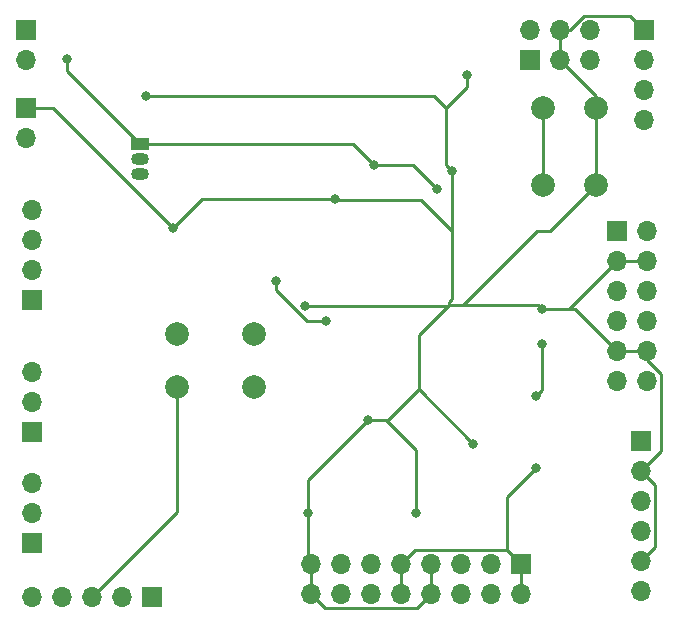
<source format=gbr>
%TF.GenerationSoftware,KiCad,Pcbnew,5.1.10-88a1d61d58~90~ubuntu21.04.1*%
%TF.CreationDate,2021-08-24T17:57:03+02:00*%
%TF.ProjectId,hendrik,68656e64-7269-46b2-9e6b-696361645f70,rev?*%
%TF.SameCoordinates,Original*%
%TF.FileFunction,Copper,L2,Bot*%
%TF.FilePolarity,Positive*%
%FSLAX46Y46*%
G04 Gerber Fmt 4.6, Leading zero omitted, Abs format (unit mm)*
G04 Created by KiCad (PCBNEW 5.1.10-88a1d61d58~90~ubuntu21.04.1) date 2021-08-24 17:57:03*
%MOMM*%
%LPD*%
G01*
G04 APERTURE LIST*
%TA.AperFunction,ComponentPad*%
%ADD10O,1.700000X1.700000*%
%TD*%
%TA.AperFunction,ComponentPad*%
%ADD11R,1.700000X1.700000*%
%TD*%
%TA.AperFunction,ComponentPad*%
%ADD12C,2.000000*%
%TD*%
%TA.AperFunction,ComponentPad*%
%ADD13R,1.500000X1.050000*%
%TD*%
%TA.AperFunction,ComponentPad*%
%ADD14O,1.500000X1.050000*%
%TD*%
%TA.AperFunction,ViaPad*%
%ADD15C,0.800000*%
%TD*%
%TA.AperFunction,Conductor*%
%ADD16C,0.250000*%
%TD*%
G04 APERTURE END LIST*
D10*
%TO.P,Jult1,16*%
%TO.N,/GND*%
X136906000Y-112776000D03*
%TO.P,Jult1,15*%
X136906000Y-110236000D03*
%TO.P,Jult1,14*%
%TO.N,/ECHO3*%
X139446000Y-112776000D03*
%TO.P,Jult1,13*%
%TO.N,/ECHO2*%
X139446000Y-110236000D03*
%TO.P,Jult1,12*%
%TO.N,/TRIG3*%
X141986000Y-112776000D03*
%TO.P,Jult1,11*%
%TO.N,/TRIG2*%
X141986000Y-110236000D03*
%TO.P,Jult1,10*%
%TO.N,/VCC*%
X144526000Y-112776000D03*
%TO.P,Jult1,9*%
X144526000Y-110236000D03*
%TO.P,Jult1,8*%
%TO.N,/GND*%
X147066000Y-112776000D03*
%TO.P,Jult1,7*%
X147066000Y-110236000D03*
%TO.P,Jult1,6*%
%TO.N,/ECHO0*%
X149606000Y-112776000D03*
%TO.P,Jult1,5*%
%TO.N,/ECHO1*%
X149606000Y-110236000D03*
%TO.P,Jult1,4*%
%TO.N,/TRIG0*%
X152146000Y-112776000D03*
%TO.P,Jult1,3*%
%TO.N,/TRIG1*%
X152146000Y-110236000D03*
%TO.P,Jult1,2*%
%TO.N,/VCC*%
X154686000Y-112776000D03*
D11*
%TO.P,Jult1,1*%
X154686000Y-110236000D03*
%TD*%
D10*
%TO.P,Jpwm2,3*%
%TO.N,/L3*%
X113284000Y-103378000D03*
%TO.P,Jpwm2,2*%
%TO.N,/L4*%
X113284000Y-105918000D03*
D11*
%TO.P,Jpwm2,1*%
%TO.N,/PWM2*%
X113284000Y-108458000D03*
%TD*%
D10*
%TO.P,Jpwm1,3*%
%TO.N,/PWM1*%
X113284000Y-93980000D03*
%TO.P,Jpwm1,2*%
%TO.N,/L1*%
X113284000Y-96520000D03*
D11*
%TO.P,Jpwm1,1*%
%TO.N,/L2*%
X113284000Y-99060000D03*
%TD*%
D12*
%TO.P,START,1*%
%TO.N,/GND*%
X161036000Y-78128000D03*
%TO.P,START,2*%
%TO.N,Net-(IC1-Pad46)*%
X156536000Y-78128000D03*
%TO.P,START,1*%
%TO.N,/GND*%
X161036000Y-71628000D03*
%TO.P,START,2*%
%TO.N,Net-(IC1-Pad46)*%
X156536000Y-71628000D03*
%TD*%
%TO.P,RESET,1*%
%TO.N,/GND*%
X125580000Y-95250000D03*
%TO.P,RESET,2*%
%TO.N,/MCLR*%
X125580000Y-90750000D03*
%TO.P,RESET,1*%
%TO.N,/GND*%
X132080000Y-95250000D03*
%TO.P,RESET,2*%
%TO.N,/MCLR*%
X132080000Y-90750000D03*
%TD*%
D13*
%TO.P,Q1,1*%
%TO.N,/VCC*%
X122428000Y-74676000D03*
D14*
%TO.P,Q1,3*%
%TO.N,/5V*%
X122428000Y-77216000D03*
%TO.P,Q1,2*%
%TO.N,Net-(IC1-Pad64)*%
X122428000Y-75946000D03*
%TD*%
D10*
%TO.P,Jvac1,2*%
%TO.N,/5V*%
X112776000Y-74168000D03*
D11*
%TO.P,Jvac1,1*%
%TO.N,/GND*%
X112776000Y-71628000D03*
%TD*%
D10*
%TO.P,Juart1,4*%
%TO.N,/RX1*%
X165100000Y-72644000D03*
%TO.P,Juart1,3*%
%TO.N,/TX1*%
X165100000Y-70104000D03*
%TO.P,Juart1,2*%
%TO.N,/VCC*%
X165100000Y-67564000D03*
D11*
%TO.P,Juart1,1*%
%TO.N,/GND*%
X165100000Y-65024000D03*
%TD*%
D10*
%TO.P,Jpow1,2*%
%TO.N,/GND*%
X112776000Y-67564000D03*
D11*
%TO.P,Jpow1,1*%
%TO.N,/VCC*%
X112776000Y-65024000D03*
%TD*%
D10*
%TO.P,Jodo1,6*%
%TO.N,/VCC*%
X160528000Y-65024000D03*
%TO.P,Jodo1,5*%
X160528000Y-67564000D03*
%TO.P,Jodo1,4*%
%TO.N,/GND*%
X157988000Y-65024000D03*
%TO.P,Jodo1,3*%
X157988000Y-67564000D03*
%TO.P,Jodo1,2*%
%TO.N,/D1*%
X155448000Y-65024000D03*
D11*
%TO.P,Jodo1,1*%
%TO.N,/D2*%
X155448000Y-67564000D03*
%TD*%
D10*
%TO.P,Jir1,12*%
%TO.N,/IR1*%
X165354000Y-94742000D03*
%TO.P,Jir1,11*%
%TO.N,/IR2*%
X162814000Y-94742000D03*
%TO.P,Jir1,10*%
%TO.N,/GND*%
X165354000Y-92202000D03*
%TO.P,Jir1,9*%
X162814000Y-92202000D03*
%TO.P,Jir1,8*%
%TO.N,/VCC*%
X165354000Y-89662000D03*
%TO.P,Jir1,7*%
X162814000Y-89662000D03*
%TO.P,Jir1,6*%
%TO.N,/IR4*%
X165354000Y-87122000D03*
%TO.P,Jir1,5*%
%TO.N,/IR3*%
X162814000Y-87122000D03*
%TO.P,Jir1,4*%
%TO.N,/GND*%
X165354000Y-84582000D03*
%TO.P,Jir1,3*%
X162814000Y-84582000D03*
%TO.P,Jir1,2*%
%TO.N,/VCC*%
X165354000Y-82042000D03*
D11*
%TO.P,Jir1,1*%
X162814000Y-82042000D03*
%TD*%
D10*
%TO.P,Ji2c1,6*%
%TO.N,/INT1*%
X164846000Y-112522000D03*
%TO.P,Ji2c1,5*%
%TO.N,/GND*%
X164846000Y-109982000D03*
%TO.P,Ji2c1,4*%
%TO.N,/SDA1*%
X164846000Y-107442000D03*
%TO.P,Ji2c1,3*%
%TO.N,/SCL*%
X164846000Y-104902000D03*
%TO.P,Ji2c1,2*%
%TO.N,/GND*%
X164846000Y-102362000D03*
D11*
%TO.P,Ji2c1,1*%
%TO.N,/VCC*%
X164846000Y-99822000D03*
%TD*%
D10*
%TO.P,Jdbg1,5*%
%TO.N,/MCLR*%
X113284000Y-113030000D03*
%TO.P,Jdbg1,4*%
%TO.N,/VCC*%
X115824000Y-113030000D03*
%TO.P,Jdbg1,3*%
%TO.N,/GND*%
X118364000Y-113030000D03*
%TO.P,Jdbg1,2*%
%TO.N,/PGD*%
X120904000Y-113030000D03*
D11*
%TO.P,Jdbg1,1*%
%TO.N,/PGC*%
X123444000Y-113030000D03*
%TD*%
D10*
%TO.P,Jbat1,4*%
%TO.N,/BAT4*%
X113284000Y-80264000D03*
%TO.P,Jbat1,3*%
%TO.N,/BAT3*%
X113284000Y-82804000D03*
%TO.P,Jbat1,2*%
%TO.N,/BAT2*%
X113284000Y-85344000D03*
D11*
%TO.P,Jbat1,1*%
%TO.N,/BAT1*%
X113284000Y-87884000D03*
%TD*%
D15*
%TO.N,/GND*%
X145796000Y-105918000D03*
X136652000Y-105918000D03*
X125222000Y-81788000D03*
X122936000Y-70612000D03*
X150622000Y-100076000D03*
X141732000Y-98044000D03*
X136402010Y-88436990D03*
X150114000Y-68834000D03*
X138938000Y-79372000D03*
X148799010Y-76966010D03*
X156439500Y-88670500D03*
%TO.N,/VCC*%
X155956000Y-102108000D03*
X147574000Y-78486000D03*
X142240000Y-76454000D03*
X138127000Y-89662000D03*
X133923000Y-86295000D03*
X156464000Y-91645000D03*
X155956000Y-96073500D03*
X116229500Y-67461500D03*
%TD*%
D16*
%TO.N,/GND*%
X148594000Y-88142000D02*
X148545010Y-88093010D01*
X148455030Y-88436990D02*
X148545010Y-88347010D01*
X148545010Y-88093010D02*
X148545010Y-88347010D01*
X146005010Y-90887010D02*
X148418010Y-88474010D01*
X148418010Y-88474010D02*
X148545010Y-88347010D01*
X147872990Y-89019030D02*
X148418010Y-88474010D01*
X134620000Y-70612000D02*
X147320000Y-70612000D01*
X122936000Y-70612000D02*
X134620000Y-70612000D01*
X134620000Y-70612000D02*
X134825000Y-70612000D01*
X148844000Y-87794020D02*
X148545010Y-88093010D01*
X148336000Y-71628000D02*
X147320000Y-70612000D01*
X148336000Y-71628000D02*
X150114000Y-69850000D01*
X150114000Y-68834000D02*
X150114000Y-69850000D01*
X146218001Y-79416001D02*
X148844000Y-82042000D01*
X138982001Y-79416001D02*
X146218001Y-79416001D01*
X138938000Y-79372000D02*
X138982001Y-79416001D01*
X136402010Y-88436990D02*
X148455030Y-88436990D01*
X127638000Y-79372000D02*
X125222000Y-81788000D01*
X138938000Y-79372000D02*
X127638000Y-79372000D01*
X150622000Y-100076000D02*
X146005010Y-95459010D01*
X146005010Y-95459010D02*
X146005010Y-90887010D01*
X136906000Y-110236000D02*
X136906000Y-112776000D01*
X145890999Y-113951001D02*
X147066000Y-112776000D01*
X138081001Y-113951001D02*
X145890999Y-113951001D01*
X136906000Y-112776000D02*
X138081001Y-113951001D01*
X147066000Y-110236000D02*
X147066000Y-112776000D01*
X115062000Y-71628000D02*
X125222000Y-81788000D01*
X112776000Y-71628000D02*
X115062000Y-71628000D01*
X148799010Y-82251010D02*
X148844000Y-82296000D01*
X148799010Y-76966010D02*
X148799010Y-82251010D01*
X148844000Y-82296000D02*
X148844000Y-87794020D01*
X148844000Y-82042000D02*
X148844000Y-82296000D01*
X161036000Y-71628000D02*
X161036000Y-78128000D01*
X157988000Y-67564000D02*
X157988000Y-65024000D01*
X157122000Y-82042000D02*
X161036000Y-78128000D01*
X156060000Y-82042000D02*
X157122000Y-82042000D01*
X143420020Y-98044000D02*
X146005010Y-95459010D01*
X136652000Y-109982000D02*
X136906000Y-110236000D01*
X136652000Y-105918000D02*
X136652000Y-109982000D01*
X136652000Y-103124000D02*
X141732000Y-98044000D01*
X136652000Y-105918000D02*
X136652000Y-103124000D01*
X145796000Y-100584000D02*
X143256000Y-98044000D01*
X145796000Y-105918000D02*
X145796000Y-100584000D01*
X143256000Y-98044000D02*
X143420020Y-98044000D01*
X141732000Y-98044000D02*
X143256000Y-98044000D01*
X125580000Y-95250000D02*
X125580000Y-105814000D01*
X125580000Y-105814000D02*
X122936000Y-108458000D01*
X122936000Y-108458000D02*
X118364000Y-113030000D01*
X123747000Y-107647000D02*
X122936000Y-108458000D01*
X161036000Y-70612000D02*
X161036000Y-71628000D01*
X157988000Y-67564000D02*
X161036000Y-70612000D01*
X158788998Y-65024000D02*
X157988000Y-65024000D01*
X163924999Y-63848999D02*
X159963999Y-63848999D01*
X159963999Y-63848999D02*
X158788998Y-65024000D01*
X165100000Y-65024000D02*
X163924999Y-63848999D01*
X148336000Y-76503000D02*
X148799010Y-76966010D01*
X148336000Y-71628000D02*
X148336000Y-76503000D01*
X149754990Y-88347010D02*
X150166000Y-87936000D01*
X148545010Y-88347010D02*
X149754990Y-88347010D01*
X150166000Y-87936000D02*
X156060000Y-82042000D01*
X150008990Y-88093010D02*
X150166000Y-87936000D01*
X156116010Y-88347010D02*
X156439500Y-88670500D01*
X149754990Y-88347010D02*
X156116010Y-88347010D01*
X158725500Y-88670500D02*
X162814000Y-84582000D01*
X156439500Y-88670500D02*
X158725500Y-88670500D01*
X162814000Y-84582000D02*
X165354000Y-84582000D01*
X159282500Y-88670500D02*
X162814000Y-92202000D01*
X158725500Y-88670500D02*
X159282500Y-88670500D01*
X162814000Y-92202000D02*
X165354000Y-92202000D01*
X166529001Y-100678999D02*
X164846000Y-102362000D01*
X166529001Y-94177999D02*
X166529001Y-100678999D01*
X165354000Y-93002998D02*
X166529001Y-94177999D01*
X165354000Y-92202000D02*
X165354000Y-93002998D01*
X166021001Y-108806999D02*
X164846000Y-109982000D01*
X166021001Y-103537001D02*
X166021001Y-108806999D01*
X164846000Y-102362000D02*
X166021001Y-103537001D01*
%TO.N,Net-(IC1-Pad46)*%
X156536000Y-71628000D02*
X156536000Y-78128000D01*
%TO.N,/VCC*%
X136554018Y-89662000D02*
X138127000Y-89662000D01*
X133923000Y-87030982D02*
X136554018Y-89662000D01*
X133923000Y-86295000D02*
X133923000Y-87030982D01*
X144526000Y-112776000D02*
X144526000Y-110236000D01*
X153510999Y-109060999D02*
X154686000Y-110236000D01*
X145701001Y-109060999D02*
X153510999Y-109060999D01*
X144526000Y-110236000D02*
X145701001Y-109060999D01*
X154686000Y-110236000D02*
X154686000Y-112776000D01*
X145542000Y-76454000D02*
X147574000Y-78486000D01*
X142240000Y-76454000D02*
X145542000Y-76454000D01*
X153510999Y-104553001D02*
X153510999Y-104996999D01*
X155956000Y-102108000D02*
X153510999Y-104553001D01*
X153510999Y-104996999D02*
X153510999Y-104807001D01*
X153510999Y-109060999D02*
X153510999Y-104996999D01*
X156464000Y-95565500D02*
X155956000Y-96073500D01*
X156464000Y-91645000D02*
X156464000Y-95565500D01*
X122428000Y-74676000D02*
X116229500Y-68477500D01*
X116229500Y-67461500D02*
X116229500Y-68477500D01*
X140462000Y-74676000D02*
X142240000Y-76454000D01*
X122428000Y-74676000D02*
X140462000Y-74676000D01*
%TD*%
M02*

</source>
